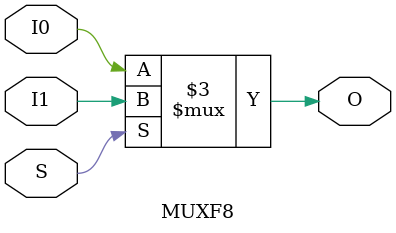
<source format=v>


`timescale  1 ps / 1 ps


module MUXF8 (O, I0, I1, S);

    output O;
    reg    O;

    input  I0, I1, S;

	always @(I0 or I1 or S) 
            if (S)
		O = I1;
	    else
		O = I0;
endmodule


</source>
